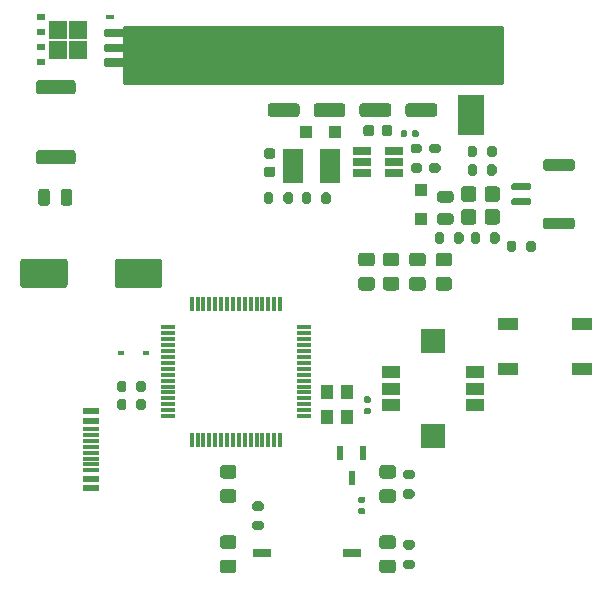
<source format=gbr>
G04 #@! TF.GenerationSoftware,KiCad,Pcbnew,5.1.9-73d0e3b20d~88~ubuntu20.04.1*
G04 #@! TF.CreationDate,2021-04-08T00:26:52+08:00*
G04 #@! TF.ProjectId,AbsoluteEncoderBoard,4162736f-6c75-4746-9545-6e636f646572,rev?*
G04 #@! TF.SameCoordinates,Original*
G04 #@! TF.FileFunction,Paste,Top*
G04 #@! TF.FilePolarity,Positive*
%FSLAX46Y46*%
G04 Gerber Fmt 4.6, Leading zero omitted, Abs format (unit mm)*
G04 Created by KiCad (PCBNEW 5.1.9-73d0e3b20d~88~ubuntu20.04.1) date 2021-04-08 00:26:52*
%MOMM*%
%LPD*%
G01*
G04 APERTURE LIST*
%ADD10R,1.600000X0.760000*%
%ADD11R,0.600000X0.450000*%
%ADD12R,1.000000X1.000000*%
%ADD13R,1.560000X0.650000*%
%ADD14R,1.800000X2.900000*%
%ADD15R,2.300000X3.500000*%
%ADD16R,1.100000X1.300000*%
%ADD17R,0.300000X1.200000*%
%ADD18R,1.200000X0.300000*%
%ADD19R,1.500000X1.000000*%
%ADD20R,2.000000X2.000000*%
%ADD21R,1.700000X1.000000*%
%ADD22R,0.750000X0.500000*%
%ADD23R,1.500000X1.500000*%
%ADD24R,0.750000X0.400000*%
%ADD25R,1.450000X0.600000*%
%ADD26R,1.450000X0.300000*%
%ADD27R,0.600000X1.300000*%
%ADD28C,0.254000*%
%ADD29C,0.100000*%
G04 APERTURE END LIST*
D10*
X146340000Y-90000000D03*
X153960000Y-90000000D03*
D11*
X134400000Y-73000000D03*
X136500000Y-73000000D03*
G36*
G01*
X155395000Y-77275000D02*
X155055000Y-77275000D01*
G75*
G02*
X154915000Y-77135000I0J140000D01*
G01*
X154915000Y-76855000D01*
G75*
G02*
X155055000Y-76715000I140000J0D01*
G01*
X155395000Y-76715000D01*
G75*
G02*
X155535000Y-76855000I0J-140000D01*
G01*
X155535000Y-77135000D01*
G75*
G02*
X155395000Y-77275000I-140000J0D01*
G01*
G37*
G36*
G01*
X155395000Y-78235000D02*
X155055000Y-78235000D01*
G75*
G02*
X154915000Y-78095000I0J140000D01*
G01*
X154915000Y-77815000D01*
G75*
G02*
X155055000Y-77675000I140000J0D01*
G01*
X155395000Y-77675000D01*
G75*
G02*
X155535000Y-77815000I0J-140000D01*
G01*
X155535000Y-78095000D01*
G75*
G02*
X155395000Y-78235000I-140000J0D01*
G01*
G37*
G36*
G01*
X159000000Y-54645000D02*
X159000000Y-54305000D01*
G75*
G02*
X159140000Y-54165000I140000J0D01*
G01*
X159420000Y-54165000D01*
G75*
G02*
X159560000Y-54305000I0J-140000D01*
G01*
X159560000Y-54645000D01*
G75*
G02*
X159420000Y-54785000I-140000J0D01*
G01*
X159140000Y-54785000D01*
G75*
G02*
X159000000Y-54645000I0J140000D01*
G01*
G37*
G36*
G01*
X158040000Y-54645000D02*
X158040000Y-54305000D01*
G75*
G02*
X158180000Y-54165000I140000J0D01*
G01*
X158460000Y-54165000D01*
G75*
G02*
X158600000Y-54305000I0J-140000D01*
G01*
X158600000Y-54645000D01*
G75*
G02*
X158460000Y-54785000I-140000J0D01*
G01*
X158180000Y-54785000D01*
G75*
G02*
X158040000Y-54645000I0J140000D01*
G01*
G37*
G36*
G01*
X154580000Y-86150000D02*
X154920000Y-86150000D01*
G75*
G02*
X155060000Y-86290000I0J-140000D01*
G01*
X155060000Y-86570000D01*
G75*
G02*
X154920000Y-86710000I-140000J0D01*
G01*
X154580000Y-86710000D01*
G75*
G02*
X154440000Y-86570000I0J140000D01*
G01*
X154440000Y-86290000D01*
G75*
G02*
X154580000Y-86150000I140000J0D01*
G01*
G37*
G36*
G01*
X154580000Y-85190000D02*
X154920000Y-85190000D01*
G75*
G02*
X155060000Y-85330000I0J-140000D01*
G01*
X155060000Y-85610000D01*
G75*
G02*
X154920000Y-85750000I-140000J0D01*
G01*
X154580000Y-85750000D01*
G75*
G02*
X154440000Y-85610000I0J140000D01*
G01*
X154440000Y-85330000D01*
G75*
G02*
X154580000Y-85190000I140000J0D01*
G01*
G37*
D12*
X159800000Y-59200000D03*
X159800000Y-61700000D03*
X150000000Y-54350000D03*
X152500000Y-54350000D03*
G36*
G01*
X172550000Y-57625000D02*
X170350000Y-57625000D01*
G75*
G02*
X170100000Y-57375000I0J250000D01*
G01*
X170100000Y-56875000D01*
G75*
G02*
X170350000Y-56625000I250000J0D01*
G01*
X172550000Y-56625000D01*
G75*
G02*
X172800000Y-56875000I0J-250000D01*
G01*
X172800000Y-57375000D01*
G75*
G02*
X172550000Y-57625000I-250000J0D01*
G01*
G37*
G36*
G01*
X172550000Y-62575000D02*
X170350000Y-62575000D01*
G75*
G02*
X170100000Y-62325000I0J250000D01*
G01*
X170100000Y-61825000D01*
G75*
G02*
X170350000Y-61575000I250000J0D01*
G01*
X172550000Y-61575000D01*
G75*
G02*
X172800000Y-61825000I0J-250000D01*
G01*
X172800000Y-62325000D01*
G75*
G02*
X172550000Y-62575000I-250000J0D01*
G01*
G37*
G36*
G01*
X168950000Y-59275000D02*
X167550000Y-59275000D01*
G75*
G02*
X167400000Y-59125000I0J150000D01*
G01*
X167400000Y-58825000D01*
G75*
G02*
X167550000Y-58675000I150000J0D01*
G01*
X168950000Y-58675000D01*
G75*
G02*
X169100000Y-58825000I0J-150000D01*
G01*
X169100000Y-59125000D01*
G75*
G02*
X168950000Y-59275000I-150000J0D01*
G01*
G37*
G36*
G01*
X168950000Y-60525000D02*
X167550000Y-60525000D01*
G75*
G02*
X167400000Y-60375000I0J150000D01*
G01*
X167400000Y-60075000D01*
G75*
G02*
X167550000Y-59925000I150000J0D01*
G01*
X168950000Y-59925000D01*
G75*
G02*
X169100000Y-60075000I0J-150000D01*
G01*
X169100000Y-60375000D01*
G75*
G02*
X168950000Y-60525000I-150000J0D01*
G01*
G37*
G36*
G01*
X164775000Y-63025000D02*
X164775000Y-63575000D01*
G75*
G02*
X164575000Y-63775000I-200000J0D01*
G01*
X164175000Y-63775000D01*
G75*
G02*
X163975000Y-63575000I0J200000D01*
G01*
X163975000Y-63025000D01*
G75*
G02*
X164175000Y-62825000I200000J0D01*
G01*
X164575000Y-62825000D01*
G75*
G02*
X164775000Y-63025000I0J-200000D01*
G01*
G37*
G36*
G01*
X166425000Y-63025000D02*
X166425000Y-63575000D01*
G75*
G02*
X166225000Y-63775000I-200000J0D01*
G01*
X165825000Y-63775000D01*
G75*
G02*
X165625000Y-63575000I0J200000D01*
G01*
X165625000Y-63025000D01*
G75*
G02*
X165825000Y-62825000I200000J0D01*
G01*
X166225000Y-62825000D01*
G75*
G02*
X166425000Y-63025000I0J-200000D01*
G01*
G37*
G36*
G01*
X166200001Y-60250000D02*
X165399999Y-60250000D01*
G75*
G02*
X165150000Y-60000001I0J249999D01*
G01*
X165150000Y-59174999D01*
G75*
G02*
X165399999Y-58925000I249999J0D01*
G01*
X166200001Y-58925000D01*
G75*
G02*
X166450000Y-59174999I0J-249999D01*
G01*
X166450000Y-60000001D01*
G75*
G02*
X166200001Y-60250000I-249999J0D01*
G01*
G37*
G36*
G01*
X166200001Y-62175000D02*
X165399999Y-62175000D01*
G75*
G02*
X165150000Y-61925001I0J249999D01*
G01*
X165150000Y-61099999D01*
G75*
G02*
X165399999Y-60850000I249999J0D01*
G01*
X166200001Y-60850000D01*
G75*
G02*
X166450000Y-61099999I0J-249999D01*
G01*
X166450000Y-61925001D01*
G75*
G02*
X166200001Y-62175000I-249999J0D01*
G01*
G37*
G36*
G01*
X162575000Y-63575000D02*
X162575000Y-63025000D01*
G75*
G02*
X162775000Y-62825000I200000J0D01*
G01*
X163175000Y-62825000D01*
G75*
G02*
X163375000Y-63025000I0J-200000D01*
G01*
X163375000Y-63575000D01*
G75*
G02*
X163175000Y-63775000I-200000J0D01*
G01*
X162775000Y-63775000D01*
G75*
G02*
X162575000Y-63575000I0J200000D01*
G01*
G37*
G36*
G01*
X160925000Y-63575000D02*
X160925000Y-63025000D01*
G75*
G02*
X161125000Y-62825000I200000J0D01*
G01*
X161525000Y-62825000D01*
G75*
G02*
X161725000Y-63025000I0J-200000D01*
G01*
X161725000Y-63575000D01*
G75*
G02*
X161525000Y-63775000I-200000J0D01*
G01*
X161125000Y-63775000D01*
G75*
G02*
X160925000Y-63575000I0J200000D01*
G01*
G37*
G36*
G01*
X164200001Y-60250000D02*
X163399999Y-60250000D01*
G75*
G02*
X163150000Y-60000001I0J249999D01*
G01*
X163150000Y-59174999D01*
G75*
G02*
X163399999Y-58925000I249999J0D01*
G01*
X164200001Y-58925000D01*
G75*
G02*
X164450000Y-59174999I0J-249999D01*
G01*
X164450000Y-60000001D01*
G75*
G02*
X164200001Y-60250000I-249999J0D01*
G01*
G37*
G36*
G01*
X164200001Y-62175000D02*
X163399999Y-62175000D01*
G75*
G02*
X163150000Y-61925001I0J249999D01*
G01*
X163150000Y-61099999D01*
G75*
G02*
X163399999Y-60850000I249999J0D01*
G01*
X164200001Y-60850000D01*
G75*
G02*
X164450000Y-61099999I0J-249999D01*
G01*
X164450000Y-61925001D01*
G75*
G02*
X164200001Y-62175000I-249999J0D01*
G01*
G37*
G36*
G01*
X133850000Y-67300000D02*
X133850000Y-65300000D01*
G75*
G02*
X134100000Y-65050000I250000J0D01*
G01*
X137600000Y-65050000D01*
G75*
G02*
X137850000Y-65300000I0J-250000D01*
G01*
X137850000Y-67300000D01*
G75*
G02*
X137600000Y-67550000I-250000J0D01*
G01*
X134100000Y-67550000D01*
G75*
G02*
X133850000Y-67300000I0J250000D01*
G01*
G37*
G36*
G01*
X125850000Y-67300000D02*
X125850000Y-65300000D01*
G75*
G02*
X126100000Y-65050000I250000J0D01*
G01*
X129600000Y-65050000D01*
G75*
G02*
X129850000Y-65300000I0J-250000D01*
G01*
X129850000Y-67300000D01*
G75*
G02*
X129600000Y-67550000I-250000J0D01*
G01*
X126100000Y-67550000D01*
G75*
G02*
X125850000Y-67300000I0J250000D01*
G01*
G37*
D13*
X154765840Y-56865480D03*
X154765840Y-57815480D03*
X154765840Y-55915480D03*
X157465840Y-55915480D03*
X157465840Y-56865480D03*
X157465840Y-57815480D03*
G36*
G01*
X159649660Y-56130600D02*
X159099660Y-56130600D01*
G75*
G02*
X158899660Y-55930600I0J200000D01*
G01*
X158899660Y-55530600D01*
G75*
G02*
X159099660Y-55330600I200000J0D01*
G01*
X159649660Y-55330600D01*
G75*
G02*
X159849660Y-55530600I0J-200000D01*
G01*
X159849660Y-55930600D01*
G75*
G02*
X159649660Y-56130600I-200000J0D01*
G01*
G37*
G36*
G01*
X159649660Y-57780600D02*
X159099660Y-57780600D01*
G75*
G02*
X158899660Y-57580600I0J200000D01*
G01*
X158899660Y-57180600D01*
G75*
G02*
X159099660Y-56980600I200000J0D01*
G01*
X159649660Y-56980600D01*
G75*
G02*
X159849660Y-57180600I0J-200000D01*
G01*
X159849660Y-57580600D01*
G75*
G02*
X159649660Y-57780600I-200000J0D01*
G01*
G37*
G36*
G01*
X160675000Y-56975000D02*
X161225000Y-56975000D01*
G75*
G02*
X161425000Y-57175000I0J-200000D01*
G01*
X161425000Y-57575000D01*
G75*
G02*
X161225000Y-57775000I-200000J0D01*
G01*
X160675000Y-57775000D01*
G75*
G02*
X160475000Y-57575000I0J200000D01*
G01*
X160475000Y-57175000D01*
G75*
G02*
X160675000Y-56975000I200000J0D01*
G01*
G37*
G36*
G01*
X160675000Y-55325000D02*
X161225000Y-55325000D01*
G75*
G02*
X161425000Y-55525000I0J-200000D01*
G01*
X161425000Y-55925000D01*
G75*
G02*
X161225000Y-56125000I-200000J0D01*
G01*
X160675000Y-56125000D01*
G75*
G02*
X160475000Y-55925000I0J200000D01*
G01*
X160475000Y-55525000D01*
G75*
G02*
X160675000Y-55325000I200000J0D01*
G01*
G37*
G36*
G01*
X165365800Y-57819600D02*
X165365800Y-57269600D01*
G75*
G02*
X165565800Y-57069600I200000J0D01*
G01*
X165965800Y-57069600D01*
G75*
G02*
X166165800Y-57269600I0J-200000D01*
G01*
X166165800Y-57819600D01*
G75*
G02*
X165965800Y-58019600I-200000J0D01*
G01*
X165565800Y-58019600D01*
G75*
G02*
X165365800Y-57819600I0J200000D01*
G01*
G37*
G36*
G01*
X163715800Y-57819600D02*
X163715800Y-57269600D01*
G75*
G02*
X163915800Y-57069600I200000J0D01*
G01*
X164315800Y-57069600D01*
G75*
G02*
X164515800Y-57269600I0J-200000D01*
G01*
X164515800Y-57819600D01*
G75*
G02*
X164315800Y-58019600I-200000J0D01*
G01*
X163915800Y-58019600D01*
G75*
G02*
X163715800Y-57819600I0J200000D01*
G01*
G37*
G36*
G01*
X165365800Y-56244800D02*
X165365800Y-55694800D01*
G75*
G02*
X165565800Y-55494800I200000J0D01*
G01*
X165965800Y-55494800D01*
G75*
G02*
X166165800Y-55694800I0J-200000D01*
G01*
X166165800Y-56244800D01*
G75*
G02*
X165965800Y-56444800I-200000J0D01*
G01*
X165565800Y-56444800D01*
G75*
G02*
X165365800Y-56244800I0J200000D01*
G01*
G37*
G36*
G01*
X163715800Y-56244800D02*
X163715800Y-55694800D01*
G75*
G02*
X163915800Y-55494800I200000J0D01*
G01*
X164315800Y-55494800D01*
G75*
G02*
X164515800Y-55694800I0J-200000D01*
G01*
X164515800Y-56244800D01*
G75*
G02*
X164315800Y-56444800I-200000J0D01*
G01*
X163915800Y-56444800D01*
G75*
G02*
X163715800Y-56244800I0J200000D01*
G01*
G37*
D14*
X148904700Y-57239860D03*
X152104700Y-57239860D03*
D15*
X164000000Y-52900000D03*
X164000000Y-47500000D03*
G36*
G01*
X146703780Y-57247360D02*
X147203780Y-57247360D01*
G75*
G02*
X147428780Y-57472360I0J-225000D01*
G01*
X147428780Y-57922360D01*
G75*
G02*
X147203780Y-58147360I-225000J0D01*
G01*
X146703780Y-58147360D01*
G75*
G02*
X146478780Y-57922360I0J225000D01*
G01*
X146478780Y-57472360D01*
G75*
G02*
X146703780Y-57247360I225000J0D01*
G01*
G37*
G36*
G01*
X146703780Y-55697360D02*
X147203780Y-55697360D01*
G75*
G02*
X147428780Y-55922360I0J-225000D01*
G01*
X147428780Y-56372360D01*
G75*
G02*
X147203780Y-56597360I-225000J0D01*
G01*
X146703780Y-56597360D01*
G75*
G02*
X146478780Y-56372360I0J225000D01*
G01*
X146478780Y-55922360D01*
G75*
G02*
X146703780Y-55697360I225000J0D01*
G01*
G37*
G36*
G01*
X156440840Y-54456100D02*
X156440840Y-53956100D01*
G75*
G02*
X156665840Y-53731100I225000J0D01*
G01*
X157115840Y-53731100D01*
G75*
G02*
X157340840Y-53956100I0J-225000D01*
G01*
X157340840Y-54456100D01*
G75*
G02*
X157115840Y-54681100I-225000J0D01*
G01*
X156665840Y-54681100D01*
G75*
G02*
X156440840Y-54456100I0J225000D01*
G01*
G37*
G36*
G01*
X154890840Y-54456100D02*
X154890840Y-53956100D01*
G75*
G02*
X155115840Y-53731100I225000J0D01*
G01*
X155565840Y-53731100D01*
G75*
G02*
X155790840Y-53956100I0J-225000D01*
G01*
X155790840Y-54456100D01*
G75*
G02*
X155565840Y-54681100I-225000J0D01*
G01*
X155115840Y-54681100D01*
G75*
G02*
X154890840Y-54456100I0J225000D01*
G01*
G37*
G36*
G01*
X158699999Y-51900000D02*
X160900001Y-51900000D01*
G75*
G02*
X161150000Y-52149999I0J-249999D01*
G01*
X161150000Y-52800001D01*
G75*
G02*
X160900001Y-53050000I-249999J0D01*
G01*
X158699999Y-53050000D01*
G75*
G02*
X158450000Y-52800001I0J249999D01*
G01*
X158450000Y-52149999D01*
G75*
G02*
X158699999Y-51900000I249999J0D01*
G01*
G37*
G36*
G01*
X158699999Y-48950000D02*
X160900001Y-48950000D01*
G75*
G02*
X161150000Y-49199999I0J-249999D01*
G01*
X161150000Y-49850001D01*
G75*
G02*
X160900001Y-50100000I-249999J0D01*
G01*
X158699999Y-50100000D01*
G75*
G02*
X158450000Y-49850001I0J249999D01*
G01*
X158450000Y-49199999D01*
G75*
G02*
X158699999Y-48950000I249999J0D01*
G01*
G37*
G36*
G01*
X154812499Y-51900000D02*
X157012501Y-51900000D01*
G75*
G02*
X157262500Y-52149999I0J-249999D01*
G01*
X157262500Y-52800001D01*
G75*
G02*
X157012501Y-53050000I-249999J0D01*
G01*
X154812499Y-53050000D01*
G75*
G02*
X154562500Y-52800001I0J249999D01*
G01*
X154562500Y-52149999D01*
G75*
G02*
X154812499Y-51900000I249999J0D01*
G01*
G37*
G36*
G01*
X154812499Y-48950000D02*
X157012501Y-48950000D01*
G75*
G02*
X157262500Y-49199999I0J-249999D01*
G01*
X157262500Y-49850001D01*
G75*
G02*
X157012501Y-50100000I-249999J0D01*
G01*
X154812499Y-50100000D01*
G75*
G02*
X154562500Y-49850001I0J249999D01*
G01*
X154562500Y-49199999D01*
G75*
G02*
X154812499Y-48950000I249999J0D01*
G01*
G37*
G36*
G01*
X150924999Y-51900000D02*
X153125001Y-51900000D01*
G75*
G02*
X153375000Y-52149999I0J-249999D01*
G01*
X153375000Y-52800001D01*
G75*
G02*
X153125001Y-53050000I-249999J0D01*
G01*
X150924999Y-53050000D01*
G75*
G02*
X150675000Y-52800001I0J249999D01*
G01*
X150675000Y-52149999D01*
G75*
G02*
X150924999Y-51900000I249999J0D01*
G01*
G37*
G36*
G01*
X150924999Y-48950000D02*
X153125001Y-48950000D01*
G75*
G02*
X153375000Y-49199999I0J-249999D01*
G01*
X153375000Y-49850001D01*
G75*
G02*
X153125001Y-50100000I-249999J0D01*
G01*
X150924999Y-50100000D01*
G75*
G02*
X150675000Y-49850001I0J249999D01*
G01*
X150675000Y-49199999D01*
G75*
G02*
X150924999Y-48950000I249999J0D01*
G01*
G37*
D16*
X151825000Y-78475000D03*
X151825000Y-76375000D03*
X153475000Y-76375000D03*
X153475000Y-78475000D03*
D17*
X147850000Y-80375000D03*
X147350000Y-80375000D03*
X146850000Y-80375000D03*
X146350000Y-80375000D03*
X145850000Y-80375000D03*
X145350000Y-80375000D03*
X144850000Y-80375000D03*
X144350000Y-80375000D03*
X143850000Y-80375000D03*
X143350000Y-80375000D03*
X142850000Y-80375000D03*
X142350000Y-80375000D03*
X141850000Y-80375000D03*
X141350000Y-80375000D03*
X140850000Y-80375000D03*
X140350000Y-80375000D03*
D18*
X138350000Y-78375000D03*
X138350000Y-77875000D03*
X138350000Y-77375000D03*
X138350000Y-76875000D03*
X138350000Y-76375000D03*
X138350000Y-75875000D03*
X138350000Y-75375000D03*
X138350000Y-74875000D03*
X138350000Y-74375000D03*
X138350000Y-73875000D03*
X138350000Y-73375000D03*
X138350000Y-72875000D03*
X138350000Y-72375000D03*
X138350000Y-71875000D03*
X138350000Y-71375000D03*
X138350000Y-70875000D03*
D17*
X140350000Y-68875000D03*
X140850000Y-68875000D03*
X141350000Y-68875000D03*
X141850000Y-68875000D03*
X142350000Y-68875000D03*
X142850000Y-68875000D03*
X143350000Y-68875000D03*
X143850000Y-68875000D03*
X144350000Y-68875000D03*
X144850000Y-68875000D03*
X145350000Y-68875000D03*
X145850000Y-68875000D03*
X146350000Y-68875000D03*
X146850000Y-68875000D03*
X147350000Y-68875000D03*
D18*
X149850000Y-70875000D03*
X149850000Y-71375000D03*
X149850000Y-71875000D03*
X149850000Y-72375000D03*
X149850000Y-72875000D03*
X149850000Y-73375000D03*
X149850000Y-73875000D03*
X149850000Y-74375000D03*
X149850000Y-74875000D03*
X149850000Y-75375000D03*
X149850000Y-75875000D03*
X149850000Y-76375000D03*
X149850000Y-76875000D03*
X149850000Y-77375000D03*
X149850000Y-77875000D03*
X149850000Y-78375000D03*
D17*
X147850000Y-68875000D03*
D19*
X164375000Y-74625000D03*
X164375000Y-77475000D03*
X157225000Y-77475000D03*
X157225000Y-74625000D03*
X164375000Y-76050000D03*
X157225000Y-76050000D03*
D20*
X160800000Y-80100000D03*
X160800000Y-72000000D03*
D21*
X167110000Y-70590000D03*
X173410000Y-70590000D03*
X167110000Y-74390000D03*
X173410000Y-74390000D03*
G36*
G01*
X159025000Y-89677500D02*
X158475000Y-89677500D01*
G75*
G02*
X158275000Y-89477500I0J200000D01*
G01*
X158275000Y-89077500D01*
G75*
G02*
X158475000Y-88877500I200000J0D01*
G01*
X159025000Y-88877500D01*
G75*
G02*
X159225000Y-89077500I0J-200000D01*
G01*
X159225000Y-89477500D01*
G75*
G02*
X159025000Y-89677500I-200000J0D01*
G01*
G37*
G36*
G01*
X159025000Y-91327500D02*
X158475000Y-91327500D01*
G75*
G02*
X158275000Y-91127500I0J200000D01*
G01*
X158275000Y-90727500D01*
G75*
G02*
X158475000Y-90527500I200000J0D01*
G01*
X159025000Y-90527500D01*
G75*
G02*
X159225000Y-90727500I0J-200000D01*
G01*
X159225000Y-91127500D01*
G75*
G02*
X159025000Y-91327500I-200000J0D01*
G01*
G37*
G36*
G01*
X159025000Y-83725000D02*
X158475000Y-83725000D01*
G75*
G02*
X158275000Y-83525000I0J200000D01*
G01*
X158275000Y-83125000D01*
G75*
G02*
X158475000Y-82925000I200000J0D01*
G01*
X159025000Y-82925000D01*
G75*
G02*
X159225000Y-83125000I0J-200000D01*
G01*
X159225000Y-83525000D01*
G75*
G02*
X159025000Y-83725000I-200000J0D01*
G01*
G37*
G36*
G01*
X159025000Y-85375000D02*
X158475000Y-85375000D01*
G75*
G02*
X158275000Y-85175000I0J200000D01*
G01*
X158275000Y-84775000D01*
G75*
G02*
X158475000Y-84575000I200000J0D01*
G01*
X159025000Y-84575000D01*
G75*
G02*
X159225000Y-84775000I0J-200000D01*
G01*
X159225000Y-85175000D01*
G75*
G02*
X159025000Y-85375000I-200000J0D01*
G01*
G37*
G36*
G01*
X148125000Y-60195000D02*
X148125000Y-59645000D01*
G75*
G02*
X148325000Y-59445000I200000J0D01*
G01*
X148725000Y-59445000D01*
G75*
G02*
X148925000Y-59645000I0J-200000D01*
G01*
X148925000Y-60195000D01*
G75*
G02*
X148725000Y-60395000I-200000J0D01*
G01*
X148325000Y-60395000D01*
G75*
G02*
X148125000Y-60195000I0J200000D01*
G01*
G37*
G36*
G01*
X146475000Y-60195000D02*
X146475000Y-59645000D01*
G75*
G02*
X146675000Y-59445000I200000J0D01*
G01*
X147075000Y-59445000D01*
G75*
G02*
X147275000Y-59645000I0J-200000D01*
G01*
X147275000Y-60195000D01*
G75*
G02*
X147075000Y-60395000I-200000J0D01*
G01*
X146675000Y-60395000D01*
G75*
G02*
X146475000Y-60195000I0J200000D01*
G01*
G37*
G36*
G01*
X150475000Y-59645000D02*
X150475000Y-60195000D01*
G75*
G02*
X150275000Y-60395000I-200000J0D01*
G01*
X149875000Y-60395000D01*
G75*
G02*
X149675000Y-60195000I0J200000D01*
G01*
X149675000Y-59645000D01*
G75*
G02*
X149875000Y-59445000I200000J0D01*
G01*
X150275000Y-59445000D01*
G75*
G02*
X150475000Y-59645000I0J-200000D01*
G01*
G37*
G36*
G01*
X152125000Y-59645000D02*
X152125000Y-60195000D01*
G75*
G02*
X151925000Y-60395000I-200000J0D01*
G01*
X151525000Y-60395000D01*
G75*
G02*
X151325000Y-60195000I0J200000D01*
G01*
X151325000Y-59645000D01*
G75*
G02*
X151525000Y-59445000I200000J0D01*
G01*
X151925000Y-59445000D01*
G75*
G02*
X152125000Y-59645000I0J-200000D01*
G01*
G37*
G36*
G01*
X134825000Y-77125000D02*
X134825000Y-77675000D01*
G75*
G02*
X134625000Y-77875000I-200000J0D01*
G01*
X134225000Y-77875000D01*
G75*
G02*
X134025000Y-77675000I0J200000D01*
G01*
X134025000Y-77125000D01*
G75*
G02*
X134225000Y-76925000I200000J0D01*
G01*
X134625000Y-76925000D01*
G75*
G02*
X134825000Y-77125000I0J-200000D01*
G01*
G37*
G36*
G01*
X136475000Y-77125000D02*
X136475000Y-77675000D01*
G75*
G02*
X136275000Y-77875000I-200000J0D01*
G01*
X135875000Y-77875000D01*
G75*
G02*
X135675000Y-77675000I0J200000D01*
G01*
X135675000Y-77125000D01*
G75*
G02*
X135875000Y-76925000I200000J0D01*
G01*
X136275000Y-76925000D01*
G75*
G02*
X136475000Y-77125000I0J-200000D01*
G01*
G37*
G36*
G01*
X134825000Y-75600000D02*
X134825000Y-76150000D01*
G75*
G02*
X134625000Y-76350000I-200000J0D01*
G01*
X134225000Y-76350000D01*
G75*
G02*
X134025000Y-76150000I0J200000D01*
G01*
X134025000Y-75600000D01*
G75*
G02*
X134225000Y-75400000I200000J0D01*
G01*
X134625000Y-75400000D01*
G75*
G02*
X134825000Y-75600000I0J-200000D01*
G01*
G37*
G36*
G01*
X136475000Y-75600000D02*
X136475000Y-76150000D01*
G75*
G02*
X136275000Y-76350000I-200000J0D01*
G01*
X135875000Y-76350000D01*
G75*
G02*
X135675000Y-76150000I0J200000D01*
G01*
X135675000Y-75600000D01*
G75*
G02*
X135875000Y-75400000I200000J0D01*
G01*
X136275000Y-75400000D01*
G75*
G02*
X136475000Y-75600000I0J-200000D01*
G01*
G37*
G36*
G01*
X167825000Y-63725000D02*
X167825000Y-64275000D01*
G75*
G02*
X167625000Y-64475000I-200000J0D01*
G01*
X167225000Y-64475000D01*
G75*
G02*
X167025000Y-64275000I0J200000D01*
G01*
X167025000Y-63725000D01*
G75*
G02*
X167225000Y-63525000I200000J0D01*
G01*
X167625000Y-63525000D01*
G75*
G02*
X167825000Y-63725000I0J-200000D01*
G01*
G37*
G36*
G01*
X169475000Y-63725000D02*
X169475000Y-64275000D01*
G75*
G02*
X169275000Y-64475000I-200000J0D01*
G01*
X168875000Y-64475000D01*
G75*
G02*
X168675000Y-64275000I0J200000D01*
G01*
X168675000Y-63725000D01*
G75*
G02*
X168875000Y-63525000I200000J0D01*
G01*
X169275000Y-63525000D01*
G75*
G02*
X169475000Y-63725000I0J-200000D01*
G01*
G37*
G36*
G01*
X145700000Y-87250000D02*
X146250000Y-87250000D01*
G75*
G02*
X146450000Y-87450000I0J-200000D01*
G01*
X146450000Y-87850000D01*
G75*
G02*
X146250000Y-88050000I-200000J0D01*
G01*
X145700000Y-88050000D01*
G75*
G02*
X145500000Y-87850000I0J200000D01*
G01*
X145500000Y-87450000D01*
G75*
G02*
X145700000Y-87250000I200000J0D01*
G01*
G37*
G36*
G01*
X145700000Y-85600000D02*
X146250000Y-85600000D01*
G75*
G02*
X146450000Y-85800000I0J-200000D01*
G01*
X146450000Y-86200000D01*
G75*
G02*
X146250000Y-86400000I-200000J0D01*
G01*
X145700000Y-86400000D01*
G75*
G02*
X145500000Y-86200000I0J200000D01*
G01*
X145500000Y-85800000D01*
G75*
G02*
X145700000Y-85600000I200000J0D01*
G01*
G37*
G36*
G01*
X130279201Y-51142400D02*
X127429199Y-51142400D01*
G75*
G02*
X127179200Y-50892401I0J249999D01*
G01*
X127179200Y-50167399D01*
G75*
G02*
X127429199Y-49917400I249999J0D01*
G01*
X130279201Y-49917400D01*
G75*
G02*
X130529200Y-50167399I0J-249999D01*
G01*
X130529200Y-50892401D01*
G75*
G02*
X130279201Y-51142400I-249999J0D01*
G01*
G37*
G36*
G01*
X130279201Y-57067400D02*
X127429199Y-57067400D01*
G75*
G02*
X127179200Y-56817401I0J249999D01*
G01*
X127179200Y-56092399D01*
G75*
G02*
X127429199Y-55842400I249999J0D01*
G01*
X130279201Y-55842400D01*
G75*
G02*
X130529200Y-56092399I0J-249999D01*
G01*
X130529200Y-56817401D01*
G75*
G02*
X130279201Y-57067400I-249999J0D01*
G01*
G37*
D22*
X127595000Y-44595000D03*
X127595000Y-45865000D03*
X127595000Y-47135000D03*
X127595000Y-48405000D03*
D23*
X130700000Y-45650000D03*
X130700000Y-47350000D03*
X129000000Y-45650000D03*
X129000000Y-47350000D03*
D24*
X133400000Y-44595000D03*
X133400000Y-45865000D03*
X133400000Y-47135000D03*
X133400000Y-48405000D03*
D25*
X131845000Y-84475000D03*
X131845000Y-83675000D03*
X131845000Y-78775000D03*
X131845000Y-77975000D03*
X131845000Y-77975000D03*
X131845000Y-78775000D03*
X131845000Y-83675000D03*
X131845000Y-84475000D03*
D26*
X131845000Y-79475000D03*
X131845000Y-79975000D03*
X131845000Y-80475000D03*
X131845000Y-81475000D03*
X131845000Y-81975000D03*
X131845000Y-82475000D03*
X131845000Y-82975000D03*
X131845000Y-80975000D03*
G36*
G01*
X161372050Y-61199140D02*
X162284550Y-61199140D01*
G75*
G02*
X162528300Y-61442890I0J-243750D01*
G01*
X162528300Y-61930390D01*
G75*
G02*
X162284550Y-62174140I-243750J0D01*
G01*
X161372050Y-62174140D01*
G75*
G02*
X161128300Y-61930390I0J243750D01*
G01*
X161128300Y-61442890D01*
G75*
G02*
X161372050Y-61199140I243750J0D01*
G01*
G37*
G36*
G01*
X161372050Y-59324140D02*
X162284550Y-59324140D01*
G75*
G02*
X162528300Y-59567890I0J-243750D01*
G01*
X162528300Y-60055390D01*
G75*
G02*
X162284550Y-60299140I-243750J0D01*
G01*
X161372050Y-60299140D01*
G75*
G02*
X161128300Y-60055390I0J243750D01*
G01*
X161128300Y-59567890D01*
G75*
G02*
X161372050Y-59324140I243750J0D01*
G01*
G37*
G36*
G01*
X157390001Y-89630000D02*
X156489999Y-89630000D01*
G75*
G02*
X156240000Y-89380001I0J249999D01*
G01*
X156240000Y-88729999D01*
G75*
G02*
X156489999Y-88480000I249999J0D01*
G01*
X157390001Y-88480000D01*
G75*
G02*
X157640000Y-88729999I0J-249999D01*
G01*
X157640000Y-89380001D01*
G75*
G02*
X157390001Y-89630000I-249999J0D01*
G01*
G37*
G36*
G01*
X157390001Y-91680000D02*
X156489999Y-91680000D01*
G75*
G02*
X156240000Y-91430001I0J249999D01*
G01*
X156240000Y-90779999D01*
G75*
G02*
X156489999Y-90530000I249999J0D01*
G01*
X157390001Y-90530000D01*
G75*
G02*
X157640000Y-90779999I0J-249999D01*
G01*
X157640000Y-91430001D01*
G75*
G02*
X157390001Y-91680000I-249999J0D01*
G01*
G37*
G36*
G01*
X157390001Y-83677500D02*
X156489999Y-83677500D01*
G75*
G02*
X156240000Y-83427501I0J249999D01*
G01*
X156240000Y-82777499D01*
G75*
G02*
X156489999Y-82527500I249999J0D01*
G01*
X157390001Y-82527500D01*
G75*
G02*
X157640000Y-82777499I0J-249999D01*
G01*
X157640000Y-83427501D01*
G75*
G02*
X157390001Y-83677500I-249999J0D01*
G01*
G37*
G36*
G01*
X157390001Y-85727500D02*
X156489999Y-85727500D01*
G75*
G02*
X156240000Y-85477501I0J249999D01*
G01*
X156240000Y-84827499D01*
G75*
G02*
X156489999Y-84577500I249999J0D01*
G01*
X157390001Y-84577500D01*
G75*
G02*
X157640000Y-84827499I0J-249999D01*
G01*
X157640000Y-85477501D01*
G75*
G02*
X157390001Y-85727500I-249999J0D01*
G01*
G37*
G36*
G01*
X143900001Y-89630000D02*
X142999999Y-89630000D01*
G75*
G02*
X142750000Y-89380001I0J249999D01*
G01*
X142750000Y-88729999D01*
G75*
G02*
X142999999Y-88480000I249999J0D01*
G01*
X143900001Y-88480000D01*
G75*
G02*
X144150000Y-88729999I0J-249999D01*
G01*
X144150000Y-89380001D01*
G75*
G02*
X143900001Y-89630000I-249999J0D01*
G01*
G37*
G36*
G01*
X143900001Y-91680000D02*
X142999999Y-91680000D01*
G75*
G02*
X142750000Y-91430001I0J249999D01*
G01*
X142750000Y-90779999D01*
G75*
G02*
X142999999Y-90530000I249999J0D01*
G01*
X143900001Y-90530000D01*
G75*
G02*
X144150000Y-90779999I0J-249999D01*
G01*
X144150000Y-91430001D01*
G75*
G02*
X143900001Y-91680000I-249999J0D01*
G01*
G37*
G36*
G01*
X143900001Y-83675000D02*
X142999999Y-83675000D01*
G75*
G02*
X142750000Y-83425001I0J249999D01*
G01*
X142750000Y-82774999D01*
G75*
G02*
X142999999Y-82525000I249999J0D01*
G01*
X143900001Y-82525000D01*
G75*
G02*
X144150000Y-82774999I0J-249999D01*
G01*
X144150000Y-83425001D01*
G75*
G02*
X143900001Y-83675000I-249999J0D01*
G01*
G37*
G36*
G01*
X143900001Y-85725000D02*
X142999999Y-85725000D01*
G75*
G02*
X142750000Y-85475001I0J249999D01*
G01*
X142750000Y-84824999D01*
G75*
G02*
X142999999Y-84575000I249999J0D01*
G01*
X143900001Y-84575000D01*
G75*
G02*
X144150000Y-84824999I0J-249999D01*
G01*
X144150000Y-85475001D01*
G75*
G02*
X143900001Y-85725000I-249999J0D01*
G01*
G37*
G36*
G01*
X162150001Y-65700000D02*
X161249999Y-65700000D01*
G75*
G02*
X161000000Y-65450001I0J249999D01*
G01*
X161000000Y-64799999D01*
G75*
G02*
X161249999Y-64550000I249999J0D01*
G01*
X162150001Y-64550000D01*
G75*
G02*
X162400000Y-64799999I0J-249999D01*
G01*
X162400000Y-65450001D01*
G75*
G02*
X162150001Y-65700000I-249999J0D01*
G01*
G37*
G36*
G01*
X162150001Y-67750000D02*
X161249999Y-67750000D01*
G75*
G02*
X161000000Y-67500001I0J249999D01*
G01*
X161000000Y-66849999D01*
G75*
G02*
X161249999Y-66600000I249999J0D01*
G01*
X162150001Y-66600000D01*
G75*
G02*
X162400000Y-66849999I0J-249999D01*
G01*
X162400000Y-67500001D01*
G75*
G02*
X162150001Y-67750000I-249999J0D01*
G01*
G37*
G36*
G01*
X159916667Y-65700000D02*
X159016665Y-65700000D01*
G75*
G02*
X158766666Y-65450001I0J249999D01*
G01*
X158766666Y-64799999D01*
G75*
G02*
X159016665Y-64550000I249999J0D01*
G01*
X159916667Y-64550000D01*
G75*
G02*
X160166666Y-64799999I0J-249999D01*
G01*
X160166666Y-65450001D01*
G75*
G02*
X159916667Y-65700000I-249999J0D01*
G01*
G37*
G36*
G01*
X159916667Y-67750000D02*
X159016665Y-67750000D01*
G75*
G02*
X158766666Y-67500001I0J249999D01*
G01*
X158766666Y-66849999D01*
G75*
G02*
X159016665Y-66600000I249999J0D01*
G01*
X159916667Y-66600000D01*
G75*
G02*
X160166666Y-66849999I0J-249999D01*
G01*
X160166666Y-67500001D01*
G75*
G02*
X159916667Y-67750000I-249999J0D01*
G01*
G37*
G36*
G01*
X157683334Y-65700000D02*
X156783332Y-65700000D01*
G75*
G02*
X156533333Y-65450001I0J249999D01*
G01*
X156533333Y-64799999D01*
G75*
G02*
X156783332Y-64550000I249999J0D01*
G01*
X157683334Y-64550000D01*
G75*
G02*
X157933333Y-64799999I0J-249999D01*
G01*
X157933333Y-65450001D01*
G75*
G02*
X157683334Y-65700000I-249999J0D01*
G01*
G37*
G36*
G01*
X157683334Y-67750000D02*
X156783332Y-67750000D01*
G75*
G02*
X156533333Y-67500001I0J249999D01*
G01*
X156533333Y-66849999D01*
G75*
G02*
X156783332Y-66600000I249999J0D01*
G01*
X157683334Y-66600000D01*
G75*
G02*
X157933333Y-66849999I0J-249999D01*
G01*
X157933333Y-67500001D01*
G75*
G02*
X157683334Y-67750000I-249999J0D01*
G01*
G37*
G36*
G01*
X155610001Y-65700000D02*
X154709999Y-65700000D01*
G75*
G02*
X154460000Y-65450001I0J249999D01*
G01*
X154460000Y-64799999D01*
G75*
G02*
X154709999Y-64550000I249999J0D01*
G01*
X155610001Y-64550000D01*
G75*
G02*
X155860000Y-64799999I0J-249999D01*
G01*
X155860000Y-65450001D01*
G75*
G02*
X155610001Y-65700000I-249999J0D01*
G01*
G37*
G36*
G01*
X155610001Y-67750000D02*
X154709999Y-67750000D01*
G75*
G02*
X154460000Y-67500001I0J249999D01*
G01*
X154460000Y-66849999D01*
G75*
G02*
X154709999Y-66600000I249999J0D01*
G01*
X155610001Y-66600000D01*
G75*
G02*
X155860000Y-66849999I0J-249999D01*
G01*
X155860000Y-67500001D01*
G75*
G02*
X155610001Y-67750000I-249999J0D01*
G01*
G37*
D27*
X154850000Y-81500000D03*
X152950000Y-81500000D03*
X153900000Y-83600000D03*
G36*
G01*
X147037499Y-51900000D02*
X149237501Y-51900000D01*
G75*
G02*
X149487500Y-52149999I0J-249999D01*
G01*
X149487500Y-52800001D01*
G75*
G02*
X149237501Y-53050000I-249999J0D01*
G01*
X147037499Y-53050000D01*
G75*
G02*
X146787500Y-52800001I0J249999D01*
G01*
X146787500Y-52149999D01*
G75*
G02*
X147037499Y-51900000I249999J0D01*
G01*
G37*
G36*
G01*
X147037499Y-48950000D02*
X149237501Y-48950000D01*
G75*
G02*
X149487500Y-49199999I0J-249999D01*
G01*
X149487500Y-49850001D01*
G75*
G02*
X149237501Y-50100000I-249999J0D01*
G01*
X147037499Y-50100000D01*
G75*
G02*
X146787500Y-49850001I0J249999D01*
G01*
X146787500Y-49199999D01*
G75*
G02*
X147037499Y-48950000I249999J0D01*
G01*
G37*
G36*
G01*
X128350000Y-59375000D02*
X128350000Y-60325000D01*
G75*
G02*
X128100000Y-60575000I-250000J0D01*
G01*
X127600000Y-60575000D01*
G75*
G02*
X127350000Y-60325000I0J250000D01*
G01*
X127350000Y-59375000D01*
G75*
G02*
X127600000Y-59125000I250000J0D01*
G01*
X128100000Y-59125000D01*
G75*
G02*
X128350000Y-59375000I0J-250000D01*
G01*
G37*
G36*
G01*
X130250000Y-59375000D02*
X130250000Y-60325000D01*
G75*
G02*
X130000000Y-60575000I-250000J0D01*
G01*
X129500000Y-60575000D01*
G75*
G02*
X129250000Y-60325000I0J250000D01*
G01*
X129250000Y-59375000D01*
G75*
G02*
X129500000Y-59125000I250000J0D01*
G01*
X130000000Y-59125000D01*
G75*
G02*
X130250000Y-59375000I0J-250000D01*
G01*
G37*
D28*
X166607568Y-50165000D02*
X134603568Y-50165000D01*
X134603568Y-45466000D01*
X166607568Y-45466000D01*
X166607568Y-50165000D01*
D29*
G36*
X166607568Y-50165000D02*
G01*
X134603568Y-50165000D01*
X134603568Y-45466000D01*
X166607568Y-45466000D01*
X166607568Y-50165000D01*
G37*
D28*
X134498000Y-46098000D02*
X133027000Y-46098000D01*
X133027000Y-45652000D01*
X134498000Y-45652000D01*
X134498000Y-46098000D01*
D29*
G36*
X134498000Y-46098000D02*
G01*
X133027000Y-46098000D01*
X133027000Y-45652000D01*
X134498000Y-45652000D01*
X134498000Y-46098000D01*
G37*
D28*
X134523000Y-47348000D02*
X133052000Y-47348000D01*
X133052000Y-46927000D01*
X134523000Y-46927000D01*
X134523000Y-47348000D01*
D29*
G36*
X134523000Y-47348000D02*
G01*
X133052000Y-47348000D01*
X133052000Y-46927000D01*
X134523000Y-46927000D01*
X134523000Y-47348000D01*
G37*
D28*
X134623000Y-48648000D02*
X133052000Y-48648000D01*
X133052000Y-48177000D01*
X134623000Y-48177000D01*
X134623000Y-48648000D01*
D29*
G36*
X134623000Y-48648000D02*
G01*
X133052000Y-48648000D01*
X133052000Y-48177000D01*
X134623000Y-48177000D01*
X134623000Y-48648000D01*
G37*
M02*

</source>
